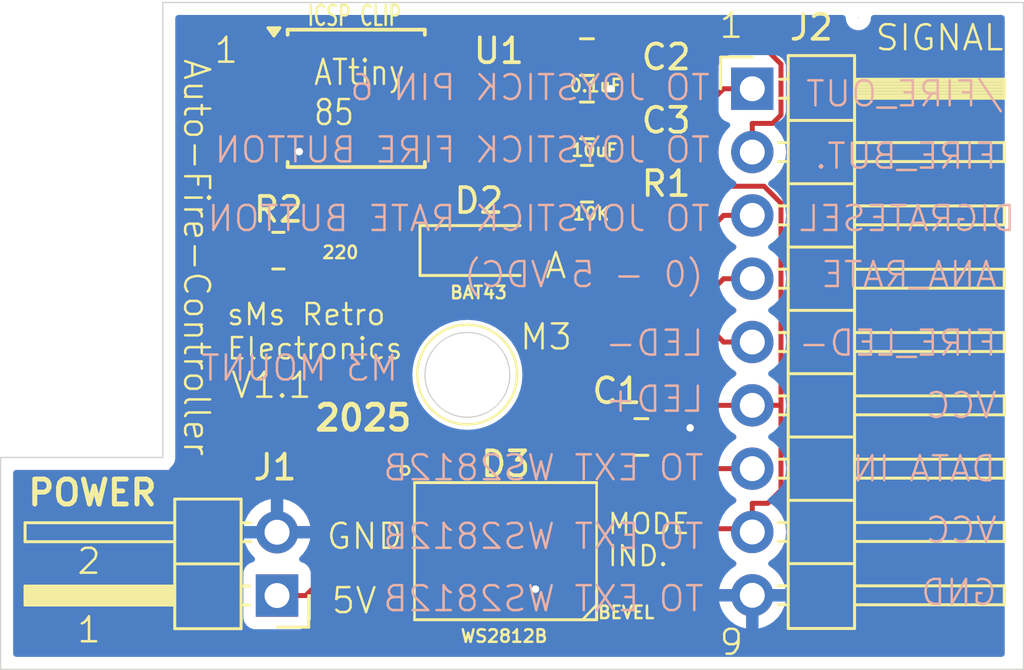
<source format=kicad_pcb>
(kicad_pcb (version 20240108) (generator "pcbnew") (generator_version "8.0")
  (layers (0 "F.Cu" signal) (31 "B.Cu" signal) (34 "B.Paste" user) (35 "F.Paste" user) (36 "B.SilkS" user "B.Silkscreen") (37 "F.SilkS" user "F.Silkscreen") (38 "B.Mask" user) (39 "F.Mask" user) (44 "Edge.Cuts" user))
  (net 0 "")
  (net 1 "VCC")
  (net 2 "GND")
  (net 3 "/{slash}FIRE_OUT")
  (net 6 "/DATA IN")
  (net 7 "/FIRE_BUTTON")
  (net 8 "/DIG_RATE_SEL")
  (net 9 "/ANA_RATE_IN (0-5V)")
  (net 10 "/FIRE_LED-")
  (net 11 "/ ")
  (footprint "Connector_PinHeader_2.54mm:PinHeader_1x02_P2.54mm_Horizontal" (layer "F.Cu") (at 137.42 113.85 180)
    (property "Reference" "J1" (at 0.08 5.145 0) (layer "F.SilkS"))
    (property "Value" "Conn_01x02" (hide yes))
    (fp_line (start 10.1 2.92) (end 4.1 2.92) (stroke (width 0.12)) (layer "F.SilkS"))
    (fp_line (start 10.1 2.16) (end 10.1 2.92) (stroke (width 0.12)) (layer "F.SilkS"))
    (fp_line (start 10.1 0.38) (end 4.1 0.38) (stroke (width 0.12)) (layer "F.SilkS"))
    (fp_line (start 10.1 -0.38) (end 10.1 0.38) (stroke (width 0.12)) (layer "F.SilkS"))
    (fp_line (start 4.1 3.87) (end 4.1 -1.33) (stroke (width 0.12)) (layer "F.SilkS"))
    (fp_line (start 4.1 2.16) (end 10.1 2.16) (stroke (width 0.12)) (layer "F.SilkS"))
    (fp_line (start 4.1 0.28) (end 10.1 0.28) (stroke (width 0.12)) (layer "F.SilkS"))
    (fp_line (start 4.1 0.16) (end 10.1 0.16) (stroke (width 0.12)) (layer "F.SilkS"))
    (fp_line (start 4.1 0.04) (end 10.1 0.04) (stroke (width 0.12)) (layer "F.SilkS"))
    (fp_line (start 4.1 -0.08) (end 10.1 -0.08) (stroke (width 0.12)) (layer "F.SilkS"))
    (fp_line (start 4.1 -0.2) (end 10.1 -0.2) (stroke (width 0.12)) (layer "F.SilkS"))
    (fp_line (start 4.1 -0.32) (end 10.1 -0.32) (stroke (width 0.12)) (layer "F.SilkS"))
    (fp_line (start 4.1 -0.38) (end 10.1 -0.38) (stroke (width 0.12)) (layer "F.SilkS"))
    (fp_line (start 4.1 -1.33) (end 1.44 -1.33) (stroke (width 0.12)) (layer "F.SilkS"))
    (fp_line (start 1.44 3.87) (end 4.1 3.87) (stroke (width 0.12)) (layer "F.SilkS"))
    (fp_line (start 1.44 1.27) (end 4.1 1.27) (stroke (width 0.12)) (layer "F.SilkS"))
    (fp_line (start 1.44 -1.33) (end 1.44 3.87) (stroke (width 0.12)) (layer "F.SilkS"))
    (fp_line (start 1.11 0.38) (end 1.44 0.38) (stroke (width 0.12)) (layer "F.SilkS"))
    (fp_line (start 1.11 -0.38) (end 1.44 -0.38) (stroke (width 0.12)) (layer "F.SilkS"))
    (fp_line (start 1.042929 2.92) (end 1.44 2.92) (stroke (width 0.12)) (layer "F.SilkS"))
    (fp_line (start 1.042929 2.16) (end 1.44 2.16) (stroke (width 0.12)) (layer "F.SilkS"))
    (fp_line (start -1.27 0) (end -1.27 -1.27) (stroke (width 0.12)) (layer "F.SilkS"))
    (fp_line (start -1.27 -1.27) (end 0 -1.27) (stroke (width 0.12)) (layer "F.SilkS"))
    (pad "1" thru_hole rect (at 0 0 180) (size 1.7 1.7) (drill 1) (layers "*.Cu" "*.Mask") (net 1 "VCC"))
    (pad "2" thru_hole oval (at 0 2.54 180) (size 1.7 1.7) (drill 1) (layers "*.Cu" "*.Mask") (net 2 "GND"))
  )
  (footprint "LED_SMD:LED_WS2812B_PLCC4_5.0x5.0mm_P3.2mm" (layer "F.Cu") (at 146.58 112.07)
    (property "Reference" "D3" (at 0 -3.5 0) (layer "F.SilkS"))
    (property "Value" "WS2812B" (hide yes))
    (fp_line (start -3.65 -2.75) (end 3.65 -2.75) (stroke (width 0.12)) (layer "F.SilkS"))
    (fp_line (start -3.65 2.75) (end 3.65 2.75) (stroke (width 0.12)) (layer "F.SilkS"))
    (fp_line (start 3.65 2.75) (end 3.65 1.6) (stroke (width 0.12)) (layer "F.SilkS"))
    (pad "1" smd rect (at -2.45 -1.65) (size 1.5 0.9) (layers "F.Cu" "F.Paste" "F.Mask") (net 1 "VCC"))
    (pad "2" smd rect (at -2.45 1.65) (size 1.5 0.9) (layers "F.Cu" "F.Paste" "F.Mask"))
    (pad "3" smd rect (at 2.45 1.65) (size 1.5 0.9) (layers "F.Cu" "F.Paste" "F.Mask") (net 2 "GND"))
    (pad "4" smd rect (at 2.45 -1.65) (size 1.5 0.9) (layers "F.Cu" "F.Paste" "F.Mask") (net 6 "/DATA IN"))
  )
  (footprint "Connector_PinHeader_2.54mm:PinHeader_1x09_P2.54mm_Horizontal" (layer "F.Cu") (at 156.47 93.52)
    (property "Reference" "J2" (at 2.37 -2.46 0) (layer "F.SilkS"))
    (property "Value" "Conn_01x09" (hide yes))
    (fp_line (start -1.27 -1.27) (end 0 -1.27) (stroke (width 0.12)) (layer "F.SilkS"))
    (fp_line (start -1.27 0) (end -1.27 -1.27) (stroke (width 0.12)) (layer "F.SilkS"))
    (fp_line (start 1.042929 2.16) (end 1.44 2.16) (stroke (width 0.12)) (layer "F.SilkS"))
    (fp_line (start 1.042929 2.92) (end 1.44 2.92) (stroke (width 0.12)) (layer "F.SilkS"))
    (fp_line (start 1.042929 4.7) (end 1.44 4.7) (stroke (width 0.12)) (layer "F.SilkS"))
    (fp_line (start 1.042929 5.46) (end 1.44 5.46) (stroke (width 0.12)) (layer "F.SilkS"))
    (fp_line (start 1.042929 7.24) (end 1.44 7.24) (stroke (width 0.12)) (layer "F.SilkS"))
    (fp_line (start 1.042929 8) (end 1.44 8) (stroke (width 0.12)) (layer "F.SilkS"))
    (fp_line (start 1.042929 9.78) (end 1.44 9.78) (stroke (width 0.12)) (layer "F.SilkS"))
    (fp_line (start 1.042929 10.54) (end 1.44 10.54) (stroke (width 0.12)) (layer "F.SilkS"))
    (fp_line (start 1.042929 12.32) (end 1.44 12.32) (stroke (width 0.12)) (layer "F.SilkS"))
    (fp_line (start 1.042929 13.08) (end 1.44 13.08) (stroke (width 0.12)) (layer "F.SilkS"))
    (fp_line (start 1.042929 14.86) (end 1.44 14.86) (stroke (width 0.12)) (layer "F.SilkS"))
    (fp_line (start 1.042929 15.62) (end 1.44 15.62) (stroke (width 0.12)) (layer "F.SilkS"))
    (fp_line (start 1.042929 17.4) (end 1.44 17.4) (stroke (width 0.12)) (layer "F.SilkS"))
    (fp_line (start 1.042929 18.16) (end 1.44 18.16) (stroke (width 0.12)) (layer "F.SilkS"))
    (fp_line (start 1.042929 19.94) (end 1.44 19.94) (stroke (width 0.12)) (layer "F.SilkS"))
    (fp_line (start 1.042929 20.7) (end 1.44 20.7) (stroke (width 0.12)) (layer "F.SilkS"))
    (fp_line (start 1.11 -0.38) (end 1.44 -0.38) (stroke (width 0.12)) (layer "F.SilkS"))
    (fp_line (start 1.11 0.38) (end 1.44 0.38) (stroke (width 0.12)) (layer "F.SilkS"))
    (fp_line (start 1.44 -1.33) (end 1.44 21.65) (stroke (width 0.12)) (layer "F.SilkS"))
    (fp_line (start 1.44 1.27) (end 4.1 1.27) (stroke (width 0.12)) (layer "F.SilkS"))
    (fp_line (start 1.44 3.81) (end 4.1 3.81) (stroke (width 0.12)) (layer "F.SilkS"))
    (fp_line (start 1.44 6.35) (end 4.1 6.35) (stroke (width 0.12)) (layer "F.SilkS"))
    (fp_line (start 1.44 8.89) (end 4.1 8.89) (stroke (width 0.12)) (layer "F.SilkS"))
    (fp_line (start 1.44 11.43) (end 4.1 11.43) (stroke (width 0.12)) (layer "F.SilkS"))
    (fp_line (start 1.44 13.97) (end 4.1 13.97) (stroke (width 0.12)) (layer "F.SilkS"))
    (fp_line (start 1.44 16.51) (end 4.1 16.51) (stroke (width 0.12)) (layer "F.SilkS"))
    (fp_line (start 1.44 19.05) (end 4.1 19.05) (stroke (width 0.12)) (layer "F.SilkS"))
    (fp_line (start 1.44 21.65) (end 4.1 21.65) (stroke (width 0.12)) (layer "F.SilkS"))
    (fp_line (start 4.1 -1.33) (end 1.44 -1.33) (stroke (width 0.12)) (layer "F.SilkS"))
    (fp_line (start 4.1 -0.38) (end 10.1 -0.38) (stroke (width 0.12)) (layer "F.SilkS"))
    (fp_line (start 4.1 -0.32) (end 10.1 -0.32) (stroke (width 0.12)) (layer "F.SilkS"))
    (fp_line (start 4.1 -0.2) (end 10.1 -0.2) (stroke (width 0.12)) (layer "F.SilkS"))
    (fp_line (start 4.1 -0.08) (end 10.1 -0.08) (stroke (width 0.12)) (layer "F.SilkS"))
    (fp_line (start 4.1 0.04) (end 10.1 0.04) (stroke (width 0.12)) (layer "F.SilkS"))
    (fp_line (start 4.1 0.16) (end 10.1 0.16) (stroke (width 0.12)) (layer "F.SilkS"))
    (fp_line (start 4.1 0.28) (end 10.1 0.28) (stroke (width 0.12)) (layer "F.SilkS"))
    (fp_line (start 4.1 2.16) (end 10.1 2.16) (stroke (width 0.12)) (layer "F.SilkS"))
    (fp_line (start 4.1 4.7) (end 10.1 4.7) (stroke (width 0.12)) (layer "F.SilkS"))
    (fp_line (start 4.1 7.24) (end 10.1 7.24) (stroke (width 0.12)) (layer "F.SilkS"))
    (fp_line (start 4.1 9.78) (end 10.1 9.78) (stroke (width 0.12)) (layer "F.SilkS"))
    (fp_line (start 4.1 12.32) (end 10.1 12.32) (stroke (width 0.12)) (layer "F.SilkS"))
    (fp_line (start 4.1 14.86) (end 10.1 14.86) (stroke (width 0.12)) (layer "F.SilkS"))
    (fp_line (start 4.1 17.4) (end 10.1 17.4) (stroke (width 0.12)) (layer "F.SilkS"))
    (fp_line (start 4.1 19.94) (end 10.1 19.94) (stroke (width 0.12)) (layer "F.SilkS"))
    (fp_line (start 4.1 21.65) (end 4.1 -1.33) (stroke (width 0.12)) (layer "F.SilkS"))
    (fp_line (start 10.1 -0.38) (end 10.1 0.38) (stroke (width 0.12)) (layer "F.SilkS"))
    (fp_line (start 10.1 0.38) (end 4.1 0.38) (stroke (width 0.12)) (layer "F.SilkS"))
    (fp_line (start 10.1 2.16) (end 10.1 2.92) (stroke (width 0.12)) (layer "F.SilkS"))
    (fp_line (start 10.1 2.92) (end 4.1 2.92) (stroke (width 0.12)) (layer "F.SilkS"))
    (fp_line (start 10.1 4.7) (end 10.1 5.46) (stroke (width 0.12)) (layer "F.SilkS"))
    (fp_line (start 10.1 5.46) (end 4.1 5.46) (stroke (width 0.12)) (layer "F.SilkS"))
    (fp_line (start 10.1 7.24) (end 10.1 8) (stroke (width 0.12)) (layer "F.SilkS"))
    (fp_line (start 10.1 8) (end 4.1 8) (stroke (width 0.12)) (layer "F.SilkS"))
    (fp_line (start 10.1 9.78) (end 10.1 10.54) (stroke (width 0.12)) (layer "F.SilkS"))
    (fp_line (start 10.1 10.54) (end 4.1 10.54) (stroke (width 0.12)) (layer "F.SilkS"))
    (fp_line (start 10.1 12.32) (end 10.1 13.08) (stroke (width 0.12)) (layer "F.SilkS"))
    (fp_line (start 10.1 13.08) (end 4.1 13.08) (stroke (width 0.12)) (layer "F.SilkS"))
    (fp_line (start 10.1 14.86) (end 10.1 15.62) (stroke (width 0.12)) (layer "F.SilkS"))
    (fp_line (start 10.1 15.62) (end 4.1 15.62) (stroke (width 0.12)) (layer "F.SilkS"))
    (fp_line (start 10.1 17.4) (end 10.1 18.16) (stroke (width 0.12)) (layer "F.SilkS"))
    (fp_line (start 10.1 18.16) (end 4.1 18.16) (stroke (width 0.12)) (layer "F.SilkS"))
    (fp_line (start 10.1 19.94) (end 10.1 20.7) (stroke (width 0.12)) (layer "F.SilkS"))
    (fp_line (start 10.1 20.7) (end 4.1 20.7) (stroke (width 0.12)) (layer "F.SilkS"))
    (pad "1" thru_hole rect (at 0 0) (size 1.7 1.7) (drill 1) (layers "*.Cu" "*.Mask") (net 3 "/{slash}FIRE_OUT"))
    (pad "2" thru_hole oval (at 0 2.54) (size 1.7 1.7) (drill 1) (layers "*.Cu" "*.Mask") (net 7 "/FIRE_BUTTON"))
    (pad "3" thru_hole oval (at 0 5.08) (size 1.7 1.7) (drill 1) (layers "*.Cu" "*.Mask") (net 8 "/DIG_RATE_SEL"))
    (pad "4" thru_hole oval (at 0 7.62) (size 1.7 1.7) (drill 1) (layers "*.Cu" "*.Mask") (net 9 "/ANA_RATE_IN (0-5V)"))
    (pad "5" thru_hole oval (at 0 10.16) (size 1.7 1.7) (drill 1) (layers "*.Cu" "*.Mask") (net 10 "/FIRE_LED-"))
    (pad "6" thru_hole oval (at 0 12.7) (size 1.7 1.7) (drill 1) (layers "*.Cu" "*.Mask") (net 1 "VCC"))
    (pad "7" thru_hole oval (at 0 15.24) (size 1.7 1.7) (drill 1) (layers "*.Cu" "*.Mask") (net 6 "/DATA IN"))
    (pad "8" thru_hole oval (at 0 17.78) (size 1.7 1.7) (drill 1) (layers "*.Cu" "*.Mask") (net 1 "VCC"))
    (pad "9" thru_hole oval (at 0 20.32) (size 1.7 1.7) (drill 1) (layers "*.Cu" "*.Mask") (net 2 "GND"))
  )
  (footprint "Resistor_SMD:R_0805_2012Metric" (layer "F.Cu") (at 149.8425 97.33)
    (property "Reference" "R1" (at 3.175 0 0) (layer "F.SilkS"))
    (property "Value" "100k_0603" (hide yes))
    (fp_line (start -0.227064 -0.735) (end 0.227064 -0.735) (stroke (width 0.12)) (layer "F.SilkS"))
    (fp_line (start -0.227064 0.735) (end 0.227064 0.735) (stroke (width 0.12)) (layer "F.SilkS"))
    (pad "1" smd roundrect (at -0.9125 0) (size 1.025 1.4) (layers "F.Cu" "F.Paste" "F.Mask") (roundrect_rratio 0.243902439) (net 1 "VCC"))
    (pad "2" smd roundrect (at 0.9125 0) (size 1.025 1.4) (layers "F.Cu" "F.Paste" "F.Mask") (roundrect_rratio 0.243902439) (net 3 "/{slash}FIRE_OUT"))
  )
  (footprint "Capacitor_SMD:C_0805_2012Metric" (layer "F.Cu") (at 149.8425 94.79)
    (property "Reference" "C3" (at 3.175 0 0) (layer "F.SilkS"))
    (property "Value" "0.1uF_0603_16V" (hide yes))
    (fp_line (start -0.261252 -0.735) (end 0.261252 -0.735) (stroke (width 0.12)) (layer "F.SilkS"))
    (fp_line (start -0.261252 0.735) (end 0.261252 0.735) (stroke (width 0.12)) (layer "F.SilkS"))
    (pad "1" smd roundrect (at -0.95 0) (size 1 1.45) (layers "F.Cu" "F.Paste" "F.Mask") (net 1 "VCC"))
    (pad "2" smd roundrect (at 0.95 0) (size 1 1.45) (layers "F.Cu" "F.Paste" "F.Mask") (net 2 "GND"))
  )
  (footprint "Capacitor_SMD:C_0805_2012Metric" (layer "F.Cu") (at 149.8425 92.25)
    (property "Reference" "C2" (at 3.175 0 0) (layer "F.SilkS"))
    (property "Value" "0.1uF_0603_16V" (hide yes))
    (fp_line (start -0.261252 -0.735) (end 0.261252 -0.735) (stroke (width 0.12)) (layer "F.SilkS"))
    (fp_line (start -0.261252 0.735) (end 0.261252 0.735) (stroke (width 0.12)) (layer "F.SilkS"))
    (pad "1" smd roundrect (at -0.95 0) (size 1 1.45) (layers "F.Cu" "F.Paste" "F.Mask") (net 1 "VCC"))
    (pad "2" smd roundrect (at 0.95 0) (size 1 1.45) (layers "F.Cu" "F.Paste" "F.Mask") (net 2 "GND"))
  )
  (footprint "Resistor_SMD:R_0805_2012Metric" (layer "F.Cu") (at 137.475 100.015)
    (property "Reference" "R2" (at 0 -1.65 0) (layer "F.SilkS"))
    (property "Value" "100k_0603" (hide yes))
    (fp_line (start -0.227064 -0.735) (end 0.227064 -0.735) (stroke (width 0.12)) (layer "F.SilkS"))
    (fp_line (start -0.227064 0.735) (end 0.227064 0.735) (stroke (width 0.12)) (layer "F.SilkS"))
    (pad "1" smd roundrect (at -0.9125 0) (size 1.025 1.4) (layers "F.Cu" "F.Paste" "F.Mask") (roundrect_rratio 0.243902439) (net 11 "/ "))
    (pad "2" smd roundrect (at 0.9125 0) (size 1.025 1.4) (layers "F.Cu" "F.Paste" "F.Mask") (roundrect_rratio 0.243902439) (net 10 "/FIRE_LED-"))
  )
  (footprint "Capacitor_SMD:C_0805_2012Metric" (layer "F.Cu") (at 152.025 107.49)
    (property "Reference" "C1" (at -0.985 -1.85 0) (layer "F.SilkS"))
    (property "Value" "0.1uF_0603_16V" (hide yes))
    (fp_line (start -0.261252 -0.735) (end 0.261252 -0.735) (stroke (width 0.12)) (layer "F.SilkS"))
    (fp_line (start -0.261252 0.735) (end 0.261252 0.735) (stroke (width 0.12)) (layer "F.SilkS"))
    (pad "1" smd roundrect (at -0.95 0) (size 1 1.45) (layers "F.Cu" "F.Paste" "F.Mask") (net 1 "VCC"))
    (pad "2" smd roundrect (at 0.95 0) (size 1 1.45) (layers "F.Cu" "F.Paste" "F.Mask") (net 2 "GND"))
  )
  (footprint "Diode_SMD:D_SOD-123" (layer "F.Cu") (at 145.51 100.01)
    (property "Reference" "D2" (at 0 -2 0) (layer "F.SilkS"))
    (property "Value" "BAT43" (hide yes))
    (fp_line (start -2.36 -1) (end -2.36 1) (stroke (width 0.12)) (layer "F.SilkS"))
    (fp_line (start -2.36 -1) (end 1.65 -1) (stroke (width 0.12)) (layer "F.SilkS"))
    (fp_line (start -2.36 1) (end 1.65 1) (stroke (width 0.12)) (layer "F.SilkS"))
    (pad "1" smd roundrect (at -1.65 0) (size 0.9 1.2) (layers "F.Cu" "F.Paste" "F.Mask") (net 11 "/ "))
    (pad "2" smd roundrect (at 1.65 0) (size 0.9 1.2) (layers "F.Cu" "F.Paste" "F.Mask") (net 3 "/{slash}FIRE_OUT"))
  )
  (footprint "Package_SO:SOIC-8W_5.3x5.3mm_P1.27mm" (layer "F.Cu") (at 140.595 93.905)
    (property "Reference" "U1" (at 5.715 -1.905 0) (layer "F.SilkS"))
    (property "Value" "ATTINY85V-10SU" (hide yes))
    (fp_line (start -2.75 -2.755) (end -2.75 -2.55) (stroke (width 0.15)) (layer "F.SilkS"))
    (fp_line (start -2.75 -2.755) (end 2.75 -2.755) (stroke (width 0.15)) (layer "F.SilkS"))
    (fp_line (start -2.75 2.755) (end -2.75 2.55) (stroke (width 0.15)) (layer "F.SilkS"))
    (fp_line (start -2.75 2.755) (end 2.75 2.755) (stroke (width 0.15)) (layer "F.SilkS"))
    (fp_line (start 2.75 -2.755) (end 2.75 -2.55) (stroke (width 0.15)) (layer "F.SilkS"))
    (fp_line (start 2.75 2.755) (end 2.75 2.55) (stroke (width 0.15)) (layer "F.SilkS"))
    (fp_poly (pts (xy -3.3 -2.5) (xy -3.54 -2.83) (xy -3.06 -2.83) (xy -3.3 -2.5)) (stroke (width 0.12)) (fill solid) (layer "F.SilkS"))
    (pad "1" smd rect (at -3.65 -1.905) (size 1.7 0.65) (layers "F.Cu" "F.Paste" "F.Mask"))
    (pad "2" smd rect (at -3.65 -0.635) (size 1.7 0.65) (layers "F.Cu" "F.Paste" "F.Mask") (net 9 "/ANA_RATE_IN (0-5V)"))
    (pad "3" smd rect (at -3.65 0.635) (size 1.7 0.65) (layers "F.Cu" "F.Paste" "F.Mask") (net 6 "/DATA IN"))
    (pad "4" smd rect (at -3.65 1.905) (size 1.7 0.65) (layers "F.Cu" "F.Paste" "F.Mask") (net 2 "GND"))
    (pad "5" smd rect (at 3.65 1.905) (size 1.7 0.65) (layers "F.Cu" "F.Paste" "F.Mask") (net 11 "/ "))
    (pad "6" smd rect (at 3.65 0.635) (size 1.7 0.65) (layers "F.Cu" "F.Paste" "F.Mask") (net 7 "/FIRE_BUTTON"))
    (pad "7" smd rect (at 3.65 -0.635) (size 1.7 0.65) (layers "F.Cu" "F.Paste" "F.Mask") (net 8 "/DIG_RATE_SEL"))
    (pad "8" smd rect (at 3.65 -1.905) (size 1.7 0.65) (layers "F.Cu" "F.Paste" "F.Mask") (net 1 "VCC"))
  )
  (gr_line (start 142.93 109.32) (end 142.93 114.82) (stroke (width 0.1)) (layer "F.SilkS"))
  (gr_line (start 150.23 109.32) (end 150.23 113.67) (stroke (width 0.1)) (layer "F.SilkS"))
  (gr_circle (center 142.55 108.83) (end 142.67 108.95) (stroke (width 0.1)) (fill none) (layer "F.SilkS"))
  (gr_line (start 150.21 114.245) (end 149.65 114.835) (stroke (width 0.1)) (layer "F.SilkS"))
  (gr_circle (center 145.04 104.985) (end 147.04 104.985) (stroke (width 0.1)) (fill none) (layer "F.SilkS"))
  (gr_line (start 132.84 108.31) (end 126.34 108.31) (stroke (width 0.05)) (layer "Edge.Cuts"))
  (gr_line (start 167.34 91.06) (end 167.34 90.06) (stroke (width 0.05)) (layer "Edge.Cuts"))
  (gr_line (start 126.34 108.31) (end 126.34 116.81) (stroke (width 0.05)) (layer "Edge.Cuts"))
  (gr_line (start 167.34 116.81) (end 167.34 91.06) (stroke (width 0.05)) (layer "Edge.Cuts"))
  (gr_line (start 126.34 116.81) (end 167.34 116.81) (stroke (width 0.05)) (layer "Edge.Cuts"))
  (gr_line (start 167.34 90.06) (end 132.84 90.06) (stroke (width 0.05)) (layer "Edge.Cuts"))
  (gr_line (start 132.84 90.06) (end 132.84 108.31) (stroke (width 0.05)) (layer "Edge.Cuts"))
  (gr_circle (center 145.05 104.99592) (end 146.75 104.99592) (stroke (width 0.05)) (fill none) (layer "Edge.Cuts"))
  (gr_line (start 160.72 90.67) (end 160.72 90.67) (stroke (width 0.05)) (layer "Edge.Cuts"))
  (gr_text "TO JOYSTICK RATE BUTTON" (at 154.84 99.31 0) (layer "B.SilkS") (effects (font (size 1 1) (thickness 0.1)) (justify left bottom mirror)))
  (gr_text "TO JOYSTICK PIN 6" (at 154.84 94.06 0) (layer "B.SilkS") (effects (font (size 1 1) (thickness 0.1)) (justify left bottom mirror)))
  (gr_text "M3 MOUNT" (at 142.34 105.31 0) (layer "B.SilkS") (effects (font (size 1 1) (thickness 0.1)) (justify left bottom mirror)))
  (gr_text "FIRE_LED-" (at 166.34 104.31 0) (layer "B.SilkS") (effects (font (size 1 1) (thickness 0.1)) (justify left bottom mirror)))
  (gr_text "TO EXT WS2812B\n" (at 154.59 114.56 0) (layer "B.SilkS") (effects (font (size 1 1) (thickness 0.1)) (justify left bottom mirror)))
  (gr_text "GND" (at 166.34 114.31 0) (layer "B.SilkS") (effects (font (size 1 1) (thickness 0.1)) (justify left bottom mirror)))
  (gr_text "ANA_RATE" (at 166.34 101.56 0) (layer "B.SilkS") (effects (font (size 1 1) (thickness 0.1)) (justify left bottom mirror)))
  (gr_text "LED-" (at 154.59 104.31 0) (layer "B.SilkS") (effects (font (size 1 1) (thickness 0.1)) (justify left bottom mirror)))
  (gr_text "LED+" (at 154.59 106.56 0) (layer "B.SilkS") (effects (font (size 1 1) (thickness 0.1)) (justify left bottom mirror)))
  (gr_text "VCC" (at 166.34 106.81 0) (layer "B.SilkS") (effects (font (size 1 1) (thickness 0.1)) (justify left bottom mirror)))
  (gr_text "DATA IN" (at 166.3 109.35 0) (layer "B.SilkS") (effects (font (size 1 1) (thickness 0.1)) (justify left bottom mirror)))
  (gr_text "VCC" (at 166.34 111.81 0) (layer "B.SilkS") (effects (font (size 1 1) (thickness 0.1)) (justify left bottom mirror)))
  (gr_text "/FIRE_OUT" (at 166.59 94.31 0) (layer "B.SilkS") (effects (font (size 1 1) (thickness 0.1)) (justify left bottom mirror)))
  (gr_text "FIRE_BUT." (at 166.34 96.81 0) (layer "B.SilkS") (effects (font (size 1 1) (thickness 0.1)) (justify left bottom mirror)))
  (gr_text "TO EXT WS2812B" (at 154.59 109.31 0) (layer "B.SilkS") (effects (font (size 1 1) (thickness 0.1)) (justify left bottom mirror)))
  (gr_text "(0 - 5 VDC)" (at 154.59 101.56 0) (layer "B.SilkS") (effects (font (size 1 1) (thickness 0.1)) (justify left bottom mirror)))
  (gr_text "DIGRATESEL" (at 167.09 99.31 0) (layer "B.SilkS") (effects (font (size 1 1) (thickness 0.1)) (justify left bottom mirror)))
  (gr_text "TO EXT WS2812B" (at 154.59 112.06 0) (layer "B.SilkS") (effects (font (size 1 1) (thickness 0.1)) (justify left bottom mirror)))
  (gr_text "TO JOYSTICK FIRE BUTTON" (at 154.84 96.56 0) (layer "B.SilkS") (effects (font (size 1 1) (thickness 0.1)) (justify left bottom mirror)))
  (gr_text "V1.1" (at 135.51 106 0) (layer "F.SilkS") (effects (font (size 1 1) (thickness 0.1)) (justify left bottom)))
  (gr_text "10K" (at 149.22 98.83 0) (layer "F.SilkS") (effects (font (size 0.5 0.5) (thickness 0.1)) (justify left bottom)))
  (gr_text "2025" (at 138.84 107.31 0) (layer "F.SilkS") (effects (font (size 1 1) (thickness 0.2) (bold yes)) (justify left bottom)))
  (gr_text "GND" (at 139.34 112.06 0) (layer "F.SilkS") (effects (font (size 1 1) (thickness 0.1)) (justify left bottom)))
  (gr_text "ICSP CLIP" (at 138.59 91.06 0) (layer "F.SilkS") (effects (font (size 0.8 0.5) (thickness 0.1)) (justify left bottom)))
  (gr_text "A" (at 148.1 101.2 0) (layer "F.SilkS") (effects (font (size 1 1) (thickness 0.1)) (justify left bottom)))
  (gr_text "1" (at 155.09 91.56 0) (layer "F.SilkS") (effects (font (size 1 1) (thickness 0.1)) (justify left bottom)))
  (gr_text "5V" (at 139.54 114.64 0) (layer "F.SilkS") (effects (font (size 1 1) (thickness 0.1)) (justify left bottom)))
  (gr_text "WS2812B" (at 144.73 115.77 0) (layer "F.SilkS") (effects (font (size 0.5 0.5) (thickness 0.1)) (justify left bottom)))
  (gr_text "M3\n" (at 147.09 104.06 0) (layer "F.SilkS") (effects (font (size 1 1) (thickness 0.1)) (justify left bottom)))
  (gr_text "0.1uF\n" (at 149.09 93.69 0) (layer "F.SilkS") (effects (font (size 0.5 0.5) (thickness 0.1)) (justify left bottom)))
  (gr_text "MODE\nIND." (at 150.62 112.73 0) (layer "F.SilkS") (effects (font (size 0.8 0.8) (thickness 0.1)) (justify left bottom)))
  (gr_text "ATtiny\n85" (at 138.84 95.06 0) (layer "F.SilkS") (effects (font (size 1 0.8382) (thickness 0.1)) (justify left bottom)))
  (gr_text "sMs Retro \nElectronics" (at 135.35 104.44 0) (layer "F.SilkS") (effects (font (size 0.85 0.85) (thickness 0.1)) (justify left bottom)))
  (gr_text "220" (at 139.18 100.38 0) (layer "F.SilkS") (effects (font (size 0.5 0.5) (thickness 0.1)) (justify left bottom)))
  (gr_text "Auto-Fire-Controller" (at 133.61 92.25 270) (layer "F.SilkS") (effects (font (size 1 1) (thickness 0.1)) (justify left bottom)))
  (gr_text "BEVEL" (at 150.23 114.82 0) (layer "F.SilkS") (effects (font (size 0.5 0.5) (thickness 0.1)) (justify left bottom)))
  (gr_text "POWER" (at 127.34 110.31 0) (layer "F.SilkS") (effects (font (size 1 1) (thickness 0.2) (bold yes)) (justify left bottom)))
  (gr_text "SIGNAL" (at 161.34 92.06 0) (layer "F.SilkS") (effects (font (size 1 1) (thickness 0.1)) (justify left bottom)))
  (gr_text "1" (at 129.34 115.81 0) (layer "F.SilkS") (effects (font (size 1 1) (thickness 0.1)) (justify left bottom)))
  (gr_text "10uF" (at 149.16 96.28 0) (layer "F.SilkS") (effects (font (size 0.5 0.5) (thickness 0.1)) (justify left bottom)))
  (gr_text "BAT43" (at 144.3 101.99 0) (layer "F.SilkS") (effects (font (size 0.5 0.5) (thickness 0.1)) (justify left bottom)))
  (gr_text "1" (at 134.84 92.56 0) (layer "F.SilkS") (effects (font (size 1 1) (thickness 0.1)) (justify left bottom)))
  (gr_text "2" (at 129.34 113.06 0) (layer "F.SilkS") (effects (font (size 1 1) (thickness 0.1)) (justify left bottom)))
  (gr_text "9" (at 155.09 116.31 0) (layer "F.SilkS") (effects (font (size 1 1) (thickness 0.1)) (justify left bottom)))
  (segment (start 157.6201 109.6199) (end 157.6201 106.22) (width 0.2) (layer "F.Cu") (net 1))
  (segment (start 144.13 110.42) (end 145.1801 110.42) (width 0.2) (layer "F.Cu") (net 1))
  (segment (start 156.47 106.22) (end 157.6201 106.22) (width 0.2) (layer "F.Cu") (net 1))
  (segment (start 146.7106 100.9124) (end 146.3772 100.579) (width 0.2) (layer "F.Cu") (net 1))
  (segment (start 148.8925 97.33) (end 148.93 97.33) (width 0.2) (layer "F.Cu") (net 1))
  (segment (start 148.4436 97.33) (end 148.8925 97.33) (width 0.2) (layer "F.Cu") (net 1))
  (segment (start 156.47 111.3) (end 156.47 111.1702) (width 0.2) (layer "F.Cu") (net 1))
  (segment (start 148.8925 94.79) (end 148.8925 97.33) (width 0.2) (layer "F.Cu") (net 1))
  (segment (start 156.47 106.22) (end 152.345 106.22) (width 0.2) (layer "F.Cu") (net 1))
  (segment (start 156.47 110.1499) (end 157.0901 110.1499) (width 0.2) (layer "F.Cu") (net 1))
  (segment (start 156.9425 97.43) (end 155.5056 97.43) (width 0.2) (layer "F.Cu") (net 1))
  (segment (start 146.3772 100.579) (end 146.3772 99.3964) (width 0.2) (layer "F.Cu") (net 1))
  (segment (start 157.6201 106.22) (end 157.6201 98.1076) (width 0.2) (layer "F.Cu") (net 1))
  (segment (start 144.13 110.42) (end 142.0001 110.42) (width 0.2) (layer "F.Cu") (net 1))
  (segment (start 148.6425 92) (end 148.8925 92.25) (width 0.2) (layer "F.Cu") (net 1))
  (segment (start 152.0232 100.9124) (end 146.7106 100.9124) (width 0.2) (layer "F.Cu") (net 1))
  (segment (start 148.8925 92.25) (end 148.8925 94.79) (width 0.2) (layer "F.Cu") (net 1))
  (segment (start 157.6201 98.1076) (end 156.9425 97.43) (width 0.2) (layer "F.Cu") (net 1))
  (segment (start 142.0001 110.42) (end 138.5701 113.85) (width 0.2) (layer "F.Cu") (net 1))
  (segment (start 157.0901 110.1499) (end 157.6201 109.6199) (width 0.2) (layer "F.Cu") (net 1))
  (segment (start 137.42 113.85) (end 138.5701 113.85) (width 0.2) (layer "F.Cu") (net 1))
  (segment (start 156.47 111.1702) (end 145.9303 111.1702) (width 0.2) (layer "F.Cu") (net 1))
  (segment (start 155.5056 97.43) (end 152.0232 100.9124) (width 0.2) (layer "F.Cu") (net 1))
  (segment (start 145.9303 111.1702) (end 145.1801 110.42) (width 0.2) (layer "F.Cu") (net 1))
  (segment (start 152.345 106.22) (end 151.075 107.49) (width 0.2) (layer "F.Cu") (net 1))
  (segment (start 156.47 111.1702) (end 156.47 110.1499) (width 0.2) (layer "F.Cu") (net 1))
  (segment (start 146.3772 99.3964) (end 148.4436 97.33) (width 0.2) (layer "F.Cu") (net 1))
  (segment (start 144.245 92) (end 148.6425 92) (width 0.2) (layer "F.Cu") (net 1))
  (segment (start 147.7795 113.5927) (end 147.8526 113.5927) (width 0.2) (layer "F.Cu") (net 2))
  (segment (start 138.312 96.0426) (end 138.0951 95.8257) (width 0.2) (layer "F.Cu") (net 2))
  (segment (start 138.0951 95.8257) (end 138.0951 95.81) (width 0.2) (layer "F.Cu") (net 2))
  (segment (start 149.03 113.72) (end 147.9799 113.72) (width 0.2) (layer "F.Cu") (net 2))
  (segment (start 150.7925 93.52) (end 150.7925 94.79) (width 0.2) (layer "F.Cu") (net 2))
  (segment (start 150.7925 93.52) (end 150.7925 92.25) (width 0.2) (layer "F.Cu") (net 2))
  (segment (start 147.8526 113.5927) (end 147.9799 113.72) (width 0.2) (layer "F.Cu") (net 2))
  (segment (start 153.3418 107.1232) (end 152.975 107.49) (width 0.2) (layer "F.Cu") (net 2))
  (segment (start 136.945 95.81) (end 138.0951 95.81) (width 0.2) (layer "F.Cu") (net 2))
  (segment (start 153.9807 107.1232) (end 153.3418 107.1232) (width 0.2) (layer "F.Cu") (net 2))
  (via (at 153.9807 107.1232) (size 0.6) (drill 0.3) (layers "F.Cu" "B.Cu") (net 2))
  (via (at 147.7795 113.5927) (size 0.6) (drill 0.3) (layers "F.Cu" "B.Cu") (net 2))
  (via (at 150.7925 93.52) (size 0.6) (drill 0.3) (layers "F.Cu" "B.Cu") (net 2))
  (via (at 138.312 96.0426) (size 0.6) (drill 0.3) (layers "F.Cu" "B.Cu") (net 2))
  (segment (start 151.5099 97.33) (end 155.3199 93.52) (width 0.2) (layer "F.Cu") (net 3))
  (segment (start 150.755 97.33) (end 151.5099 97.33) (width 0.2) (layer "F.Cu") (net 3))
  (segment (start 156.47 93.52) (end 155.3199 93.52) (width 0.2) (layer "F.Cu") (net 3))
  (segment (start 148.075 100.01) (end 150.755 97.33) (width 0.2) (layer "F.Cu") (net 3))
  (segment (start 147.16 100.01) (end 148.075 100.01) (width 0.2) (layer "F.Cu") (net 3))
  (segment (start 135.7245 100.7424) (end 144.1921 109.21) (width 0.2) (layer "F.Cu") (net 6))
  (segment (start 149.03 110.42) (end 150.0801 110.42) (width 0.2) (layer "F.Cu") (net 6))
  (segment (start 135.7245 94.6104) (end 135.7245 100.7424) (width 0.2) (layer "F.Cu") (net 6))
  (segment (start 146.7699 109.21) (end 147.9799 110.42) (width 0.2) (layer "F.Cu") (net 6))
  (segment (start 156.47 108.76) (end 151.7401 108.76) (width 0.2) (layer "F.Cu") (net 6))
  (segment (start 136.945 94.54) (end 135.7949 94.54) (width 0.2) (layer "F.Cu") (net 6))
  (segment (start 147.9799 110.42) (end 149.03 110.42) (width 0.2) (layer "F.Cu") (net 6))
  (segment (start 144.1921 109.21) (end 146.7699 109.21) (width 0.2) (layer "F.Cu") (net 6))
  (segment (start 151.7401 108.76) (end 150.0801 110.42) (width 0.2) (layer "F.Cu") (net 6))
  (segment (start 135.7949 94.54) (end 135.7245 94.6104) (width 0.2) (layer "F.Cu") (net 6))
  (segment (start 143.0949 91.5195) (end 143.3995 91.2149) (width 0.2) (layer "F.Cu") (net 7))
  (segment (start 144.245 94.54) (end 143.0949 94.54) (width 0.2) (layer "F.Cu") (net 7))
  (segment (start 156.47 96.06) (end 156.47 94.9099) (width 0.2) (layer "F.Cu") (net 7))
  (segment (start 156.3026 91.2149) (end 157.6202 92.5325) (width 0.2) (layer "F.Cu") (net 7))
  (segment (start 143.0949 94.54) (end 143.0949 91.5195) (width 0.2) (layer "F.Cu") (net 7))
  (segment (start 143.3995 91.2149) (end 156.3026 91.2149) (width 0.2) (layer "F.Cu") (net 7))
  (segment (start 157.2833 94.9099) (end 156.47 94.9099) (width 0.2) (layer "F.Cu") (net 7))
  (segment (start 157.6202 94.573) (end 157.2833 94.9099) (width 0.2) (layer "F.Cu") (net 7))
  (segment (start 157.6202 92.5325) (end 157.6202 94.573) (width 0.2) (layer "F.Cu") (net 7))
  (segment (start 155.3199 98.6) (end 152.6074 101.3125) (width 0.2) (layer "F.Cu") (net 8))
  (segment (start 145.9511 93.826) (end 145.3951 93.27) (width 0.2) (layer "F.Cu") (net 8))
  (segment (start 156.47 98.6) (end 155.3199 98.6) (width 0.2) (layer "F.Cu") (net 8))
  (segment (start 144.245 93.27) (end 145.3951 93.27) (width 0.2) (layer "F.Cu") (net 8))
  (segment (start 152.6074 101.3125) (end 146.545 101.3125) (width 0.2) (layer "F.Cu") (net 8))
  (segment (start 146.545 101.3125) (end 145.9511 100.7186) (width 0.2) (layer "F.Cu") (net 8))
  (segment (start 145.9511 100.7186) (end 145.9511 93.826) (width 0.2) (layer "F.Cu") (net 8))
  (segment (start 145.4659 95.4303) (end 145.4659 100.7993) (width 0.2) (layer "F.Cu") (net 9))
  (segment (start 154.7473 101.7126) (end 155.3199 101.14) (width 0.2) (layer "F.Cu") (net 9))
  (segment (start 145.2007 95.1651) (end 145.4659 95.4303) (width 0.2) (layer "F.Cu") (net 9))
  (segment (start 146.3792 101.7126) (end 154.7473 101.7126) (width 0.2) (layer "F.Cu") (net 9))
  (segment (start 136.945 93.27) (end 140.1482 93.27) (width 0.2) (layer "F.Cu") (net 9))
  (segment (start 156.47 101.14) (end 155.3199 101.14) (width 0.2) (layer "F.Cu") (net 9))
  (segment (start 142.0433 95.1651) (end 145.2007 95.1651) (width 0.2) (layer "F.Cu") (net 9))
  (segment (start 145.4659 100.7993) (end 146.3792 101.7126) (width 0.2) (layer "F.Cu") (net 9))
  (segment (start 140.1482 93.27) (end 142.0433 95.1651) (width 0.2) (layer "F.Cu") (net 9))
  (segment (start 154.1399 102.5) (end 155.3199 103.68) (width 0.2) (layer "F.Cu") (net 10))
  (segment (start 138.3875 100.015) (end 140.8725 102.5) (width 0.2) (layer "F.Cu") (net 10))
  (segment (start 140.8725 102.5) (end 154.1399 102.5) (width 0.2) (layer "F.Cu") (net 10))
  (segment (start 155.3199 103.68) (end 156.47 103.68) (width 0.2) (layer "F.Cu") (net 10))
  (segment (start 143.0949 99.0017) (end 143.0949 99.2449) (width 0.2) (layer "F.Cu") (net 11))
  (segment (start 144.245 95.81) (end 143.0949 95.81) (width 0.2) (layer "F.Cu") (net 11))
  (segment (start 143.0949 95.81) (end 143.0949 99.0017) (width 0.2) (layer "F.Cu") (net 11))
  (segment (start 136.5625 100.015) (end 137.5758 99.0017) (width 0.2) (layer "F.Cu") (net 11))
  (segment (start 137.5758 99.0017) (end 143.0949 99.0017) (width 0.2) (layer "F.Cu") (net 11))
  (segment (start 143.0949 99.2449) (end 143.86 100.01) (width 0.2) (layer "F.Cu") (net 11))
  (zone (net 2) (net_name "GND") (layer "B.Cu") (connect_pads (clearance 0.5)) (min_thickness 0.25) (fill yes (thermal_gap 0.5) (thermal_bridge_width 0.5))
    (polygon (pts (xy 133.09 90.31) (xy 133.09 108.81) (xy 126.84 108.81) (xy 126.84 116.31) (xy 166.59 116.31) (xy 166.59 90.31)))
  )
)
</source>
